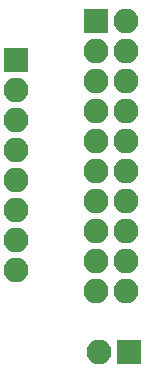
<source format=gbr>
G04 #@! TF.FileFunction,Soldermask,Bot*
%FSLAX46Y46*%
G04 Gerber Fmt 4.6, Leading zero omitted, Abs format (unit mm)*
G04 Created by KiCad (PCBNEW 4.0.6) date 03/16/18 17:26:31*
%MOMM*%
%LPD*%
G01*
G04 APERTURE LIST*
%ADD10C,0.100000*%
%ADD11R,2.100000X2.100000*%
%ADD12O,2.100000X2.100000*%
G04 APERTURE END LIST*
D10*
D11*
X139446000Y-87528400D03*
D12*
X136906000Y-87528400D03*
D11*
X136652000Y-59537600D03*
D12*
X139192000Y-59537600D03*
X136652000Y-62077600D03*
X139192000Y-62077600D03*
X136652000Y-64617600D03*
X139192000Y-64617600D03*
X136652000Y-67157600D03*
X139192000Y-67157600D03*
X136652000Y-69697600D03*
X139192000Y-69697600D03*
X136652000Y-72237600D03*
X139192000Y-72237600D03*
X136652000Y-74777600D03*
X139192000Y-74777600D03*
X136652000Y-77317600D03*
X139192000Y-77317600D03*
X136652000Y-79857600D03*
X139192000Y-79857600D03*
X136652000Y-82397600D03*
X139192000Y-82397600D03*
D11*
X129844800Y-62788800D03*
D12*
X129844800Y-65328800D03*
X129844800Y-67868800D03*
X129844800Y-70408800D03*
X129844800Y-72948800D03*
X129844800Y-75488800D03*
X129844800Y-78028800D03*
X129844800Y-80568800D03*
M02*

</source>
